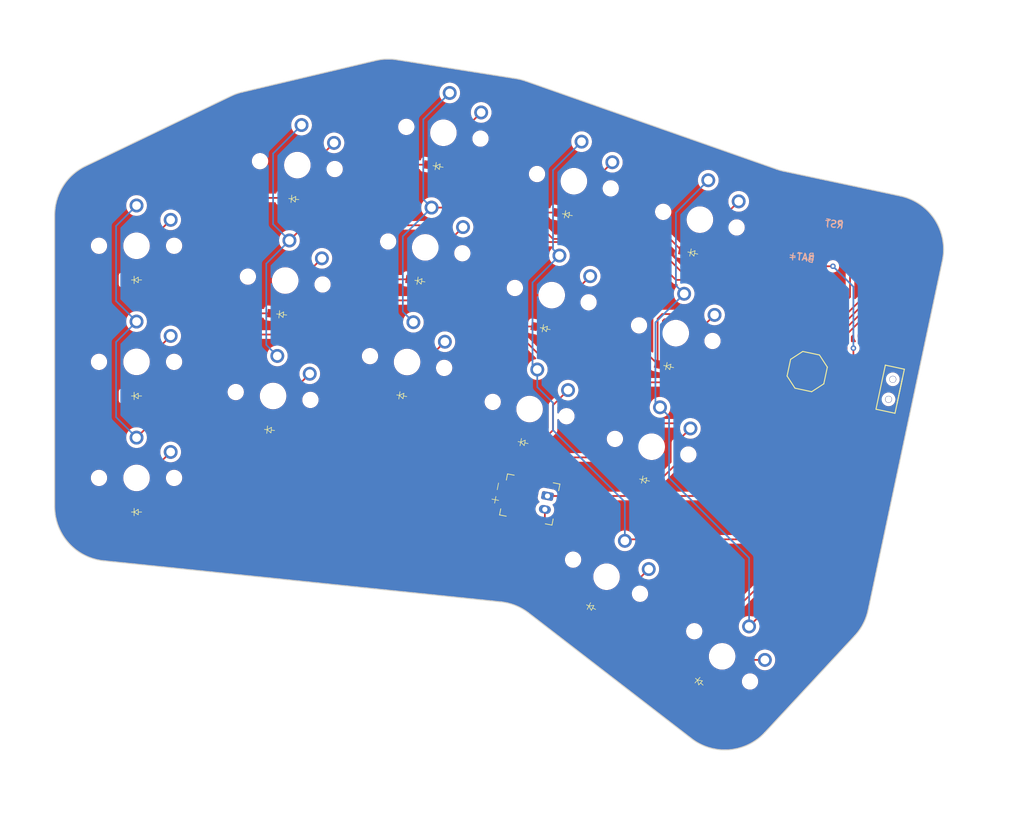
<source format=kicad_pcb>
(kicad_pcb (version 20241229) (generator "pcbnew") (generator_version "9.0")
  (title_block (title "splave-ferris_choc_v1_left") (rev "v1.0.0") (company "Unknown"))
  (layers (0 "F.Cu" signal) (2 "B.Cu" signal) (13 "F.Paste" user) (15 "B.Paste" user) (5 "F.SilkS" user) (7 "B.SilkS" user) (1 "F.Mask" user) (3 "B.Mask" user) (25 "Edge.Cuts" user))
  (net 0 "")
  (net 1 "D4")
  (net 2 "pinky_bottom")
  (net 3 "GND")
  (net 4 "D1")
  (net 5 "D2")
  (net 6 "pinky_home")
  (net 7 "pinky_top")
  (net 8 "ring_bottom")
  (net 9 "ring_home")
  (net 10 "ring_top")
  (net 11 "middle_bottom")
  (net 12 "middle_home")
  (net 13 "middle_top")
  (net 14 "D10")
  (net 15 "index_bottom")
  (net 16 "index_home")
  (net 17 "index_top")
  (net 18 "D8")
  (net 19 "inner_bottom")
  (net 20 "inner_home")
  (net 21 "inner_top")
  (net 22 "near_fan")
  (net 23 "far_fan")
  (net 24 "D5")
  (net 25 "D3")
  (net 26 "D0")
  (net 27 "D9")
  (net 28 "D6")
  (net 29 "D7")
  (net 30 "RAW3V3")
  (net 31 "RAW5V")
  (net 32 "CLK")
  (net 33 "DIO")
  (net 34 "RST")
  (net 35 "BAT")
  (net 36 "NFC1")
  (net 37 "NFC2")
  (net 38 "BATCON")
  (footprint "E73:SPDT_C128955" (layer "F.Cu") (at 210.459494 87.024253 -102)
    (property "Reference" "T1" (hide yes))
    (property "Value" "" (hide yes))
    (pad "" smd rect (at -3.7 -1.1 258) (size 0.9 0.9) (layers "F.Cu" "F.Mask" "F.Paste"))
    (pad "" smd rect (at -3.7 1.1 258) (size 0.9 0.9) (layers "F.Cu" "F.Mask" "F.Paste"))
    (pad "" np_thru_hole circle (at -1.5 -0.000001) (size 1 1) (drill 0.9) (layers "*.Cu" "*.Mask"))
    (pad "" np_thru_hole circle (at 1.5 0.000001) (size 1 1) (drill 0.9) (layers "*.Cu" "*.Mask"))
    (pad "" smd rect (at 3.7 -1.1 258) (size 0.9 0.9) (layers "F.Cu" "F.Mask" "F.Paste"))
    (pad "" smd rect (at 3.7 1.1 258) (size 0.9 0.9) (layers "F.Cu" "F.Mask" "F.Paste"))
    (pad "1" smd rect (at 2.25 2.075 258) (size 0.9 1.25) (layers "F.Cu" "F.Mask" "F.Paste") (net 38 "BATCON"))
    (pad "2" smd rect (at -0.749999 2.075 258) (size 0.9 1.25) (layers "F.Cu" "F.Mask" "F.Paste") (net 35 "BAT"))
    (pad "3" smd rect (at -2.25 2.075 258) (size 0.9 1.25) (layers "F.Cu" "F.Mask" "F.Paste"))
  )
  (footprint "E73:SW_TACT_ALPS_SKQGABE010" (layer "F.Cu") (at 198.232649 84.425356 -102)
    (property "Reference" "B1" (hide yes))
    (property "Value" "" (hide yes))
    (pad "1" smd rect (at -3.1 -1.85 258) (size 1.8 1.1) (layers "F.Cu" "F.Mask" "F.Paste") (net 3 "GND"))
    (pad "1" smd rect (at 3.1 -1.85 258) (size 1.8 1.1) (layers "F.Cu" "F.Mask" "F.Paste") (net 3 "GND"))
    (pad "2" smd rect (at -3.1 1.85 258) (size 1.8 1.1) (layers "F.Cu" "F.Mask" "F.Paste") (net 34 "RST"))
    (pad "2" smd rect (at 3.1 1.85 258) (size 1.8 1.1) (layers "F.Cu" "F.Mask" "F.Paste") (net 34 "RST"))
  )
  (footprint "ceoloide:diode_tht_sod123" (layer "F.Cu") (at 156.616373 94.824245 -11)
    (property "Reference" "D10" (hide yes))
    (property "Value" "")
    (pad "1" smd rect (at -1.65 0 349) (size 0.9 1.2) (layers "F.Cu" "F.Mask" "F.Paste") (net 24 "D5"))
    (pad "2" smd rect (at 1.65 0 349) (size 0.9 1.2) (layers "F.Cu" "F.Mask" "F.Paste") (net 15 "index_bottom"))
  )
  (footprint "ceoloide:diode_tht_sod123" (layer "F.Cu") (at 121.254342 76.065737 -6)
    (property "Reference" "D5" (hide yes))
    (property "Value" "")
    (pad "1" smd rect (at -1.65 0 354) (size 0.9 1.2) (layers "F.Cu" "F.Mask" "F.Paste") (net 25 "D3"))
    (pad "2" smd rect (at 1.65 0 354) (size 0.9 1.2) (layers "F.Cu" "F.Mask" "F.Paste") (net 9 "ring_home"))
  )
  (footprint "ceoloide:diode_tht_sod123" (layer "F.Cu") (at 177.942006 83.690639 -12)
    (property "Reference" "D14" (hide yes))
    (property "Value" "")
    (pad "1" smd rect (at -1.65 0 348) (size 0.9 1.2) (layers "F.Cu" "F.Mask" "F.Paste") (net 25 "D3"))
    (pad "2" smd rect (at 1.65 0 348) (size 0.9 1.2) (layers "F.Cu" "F.Mask" "F.Paste") (net 20 "inner_home"))
  )
  (footprint "xiao_smd" (layer "F.Cu") (at 204.493679 69.39873 -12)
    (property "Reference" "MCU1" (hide yes))
    (property "Value" "")
    (fp_text user "RST" (at -3.6 -5.95 348) (layer "B.SilkS") (effects (justify mirror)))
    (fp_text user "BAT+" (at -7.3 -0.25 0) (layer "B.SilkS") (effects (justify mirror)))
    (fp_text user "BAT+" (at -7.3 -0.25 348) (layer "B.SilkS") (effects (justify mirror)))
    (fp_text user "RST" (at -3.6 -5.95 0) (layer "B.SilkS") (effects (justify mirror)))
    (pad "1" smd oval (at -7.62 -7.62 168) (size 2.75 1.8) (drill (offset 0.475 0)) (layers "F.Cu" "F.Mask" "F.Paste") (net 26 "D0"))
    (pad "2" smd oval (at -7.62 -5.08 168) (size 2.75 1.8) (drill (offset 0.475 0)) (layers "F.Cu" "F.Mask" "F.Paste") (net 4 "D1"))
    (pad "3" smd oval (at -7.62 -2.54 168) (size 2.75 1.8) (drill (offset 0.475 0)) (layers "F.Cu" "F.Mask" "F.Paste") (net 5 "D2"))
    (pad "4" smd oval (at -7.62 0 168) (size 2.75 1.8) (drill (offset 0.475 0)) (layers "F.Cu" "F.Mask" "F.Paste") (net 25 "D3"))
    (pad "5" smd oval (at -7.62 2.54 168) (size 2.75 1.8) (drill (offset 0.475 0)) (layers "F.Cu" "F.Mask" "F.Paste") (net 1 "D4"))
    (pad "6" smd oval (at -7.62 5.08 168) (size 2.75 1.8) (drill (offset 0.475 0)) (layers "F.Cu" "F.Mask" "F.Paste") (net 24 "D5"))
    (pad "7" smd oval (at -7.62 7.62 168) (size 2.75 1.8) (drill (offset 0.475 0)) (layers "F.Cu" "F.Mask" "F.Paste") (net 28 "D6"))
    (pad "8" smd oval (at 7.62 7.62 348) (size 2.75 1.8) (drill (offset 0.475 0)) (layers "F.Cu" "F.Mask" "F.Paste") (net 29 "D7"))
    (pad "9" smd oval (at 7.62 5.08 348) (size 2.75 1.8) (drill (offset 0.475 0)) (layers "F.Cu" "F.Mask" "F.Paste") (net 18 "D8"))
    (pad "10" smd oval (at 7.62 2.54 348) (size 2.75 1.8) (drill (offset 0.475 0)) (layers "F.Cu" "F.Mask" "F.Paste") (net 27 "D9"))
    (pad "11" smd oval (at 7.62 0 348) (size 2.75 1.8) (drill (offset 0.475 0)) (layers "F.Cu" "F.Mask" "F.Paste") (net 14 "D10"))
    (pad "12" smd oval (at 7.62 -2.54 348) (size 2.75 1.8) (drill (offset 0.475 0)) (layers "F.Cu" "F.Mask" "F.Paste") (net 30 "RAW3V3"))
    (pad "13" smd oval (at 7.62 -5.08 348) (size 2.75 1.8) (drill (offset 0.475 0)) (layers "F.Cu" "F.Mask" "F.Paste") (net 3 "GND"))
    (pad "14" smd oval (at 7.62 -7.62 348) (size 2.75 1.8) (drill (offset 0.475 0)) (layers "F.Cu" "F.Mask" "F.Paste") (net 31 "RAW5V"))
    (pad "15" smd circle (at -1.27 -8.572 78) (size 1.397 1.397) (layers "F.Cu" "F.Mask") (net 32 "CLK"))
    (pad "16" smd circle (at 1.27 -8.572 78) (size 1.397 1.397) (layers "F.Cu" "F.Mask") (net 33 "DIO"))
    (pad "17" smd circle (at -1.27 -6.032 78) (size 1.397 1.397) (layers "F.Cu" "F.Mask") (net 34 "RST"))
    (pad "18" smd circle (at 1.27 -6.032 78) (size 1.397 1.397) (layers "F.Cu" "F.Mask"))
    (pad "19" smd circle (at -4.445 -0.317 168) (size 1.397 1.397) (layers "F.Cu" "F.Mask") (net 35 "BAT"))
    (pad "20" smd circle (at 3.810001 9.208 168) (size 1.397 1.397) (layers "F.Cu" "F.Mask") (net 36 "NFC1"))
    (pad "21" smd circle (at 5.715 9.208 168) (size 1.397 1.397) (layers "F.Cu" "F.Mask") (net 37 "NFC2"))
  )
  (footprint "ceoloide:diode_tht_sod123" (layer "F.Cu") (at 181.476505 67.06213 -12)
    (property "Reference" "D15" (hide yes))
    (property "Value" "")
    (pad "1" smd rect (at -1.65 0 348) (size 0.9 1.2) (layers "F.Cu" "F.Mask" "F.Paste") (net 26 "D0"))
    (pad "2" smd rect (at 1.65 0 348) (size 0.9 1.2) (layers "F.Cu" "F.Mask" "F.Paste") (net 21 "inner_top"))
  )
  (footprint "ceoloide:diode_tht_sod123" (layer "F.Cu") (at 163.103879 61.448921 -11)
    (property "Reference" "D12" (hide yes))
    (property "Value" "")
    (pad "1" smd rect (at -1.65 0 349) (size 0.9 1.2) (layers "F.Cu" "F.Mask" "F.Paste") (net 26 "D0"))
    (pad "2" smd rect (at 1.65 0 349) (size 0.9 1.2) (layers "F.Cu" "F.Mask" "F.Paste") (net 17 "index_top"))
  )
  (footprint "ceoloide:diode_tht_sod123" (layer "F.Cu") (at 159.860126 78.136583 -11)
    (property "Reference" "D11" (hide yes))
    (property "Value" "")
    (pad "1" smd rect (at -1.65 0 349) (size 0.9 1.2) (layers "F.Cu" "F.Mask" "F.Paste") (net 25 "D3"))
    (pad "2" smd rect (at 1.65 0 349) (size 0.9 1.2) (layers "F.Cu" "F.Mask" "F.Paste") (net 16 "index_home"))
  )
  (footprint "ceoloide:battery_connector_jst_ph_2" (layer "F.Cu") (at 159.998037 103.631307 -101)
    (property "Reference" "JST1" (hide yes))
    (property "Value" "")
    (pad "1" thru_hole roundrect (at -1 0 259) (size 1.2 1.75) (drill 0.75) (layers "*.Cu" "*.Mask") (roundrect_rratio 0.2) (net 3 "GND"))
    (pad "2" thru_hole oval (at 1 0 259) (size 1.2 1.75) (drill 0.75) (layers "*.Cu" "*.Mask") (net 38 "BATCON"))
  )
  (footprint "ceoloide:diode_tht_sod123" (layer "F.Cu") (at 100 105)
    (property "Reference" "D1" (hide yes))
    (property "Value" "")
    (pad "1" smd rect (at -1.65 0) (size 0.9 1.2) (layers "F.Cu" "F.Mask" "F.Paste") (net 24 "D5"))
    (pad "2" smd rect (at 1.65 0) (size 0.9 1.2) (layers "F.Cu" "F.Mask" "F.Paste") (net 2 "pinky_bottom"))
  )
  (footprint "ceoloide:diode_tht_sod123" (layer "F.Cu") (at 123.031326 59.158865 -6)
    (property "Reference" "D6" (hide yes))
    (property "Value" "")
    (pad "1" smd rect (at -1.65 0 354) (size 0.9 1.2) (layers "F.Cu" "F.Mask" "F.Paste") (net 26 "D0"))
    (pad "2" smd rect (at 1.65 0 354) (size 0.9 1.2) (layers "F.Cu" "F.Mask" "F.Paste") (net 10 "ring_top"))
  )
  (footprint "ceoloide:diode_tht_sod123" (layer "F.Cu") (at 100 88)
    (property "Reference" "D2" (hide yes))
    (property "Value" "")
    (pad "1" smd rect (at -1.65 0) (size 0.9 1.2) (layers "F.Cu" "F.Mask" "F.Paste") (net 25 "D3"))
    (pad "2" smd rect (at 1.65 0) (size 0.9 1.2) (layers "F.Cu" "F.Mask" "F.Paste") (net 6 "pinky_home"))
  )
  (footprint "ceoloide:diode_tht_sod123" (layer "F.Cu") (at 182.427101 129.852818 -42)
    (property "Reference" "D17" (hide yes))
    (property "Value" "")
    (pad "1" smd rect (at -1.65 0 318) (size 0.9 1.2) (layers "F.Cu" "F.Mask" "F.Paste") (net 27 "D9"))
    (pad "2" smd rect (at 1.65 0 318) (size 0.9 1.2) (layers "F.Cu" "F.Mask" "F.Paste") (net 23 "far_fan"))
  )
  (footprint "ceoloide:diode_tht_sod123" (layer "F.Cu") (at 144.164215 54.381426 -9)
    (property "Reference" "D9" (hide yes))
    (property "Value" "")
    (pad "1" smd rect (at -1.65 0 351) (size 0.9 1.2) (layers "F.Cu" "F.Mask" "F.Paste") (net 26 "D0"))
    (pad "2" smd rect (at 1.65 0 351) (size 0.9 1.2) (layers "F.Cu" "F.Mask" "F.Paste") (net 13 "middle_top"))
  )
  (footprint "ceoloide:diode_tht_sod123" (layer "F.Cu") (at 141.504829 71.172127 -9)
    (property "Reference" "D8" (hide yes))
    (property "Value" "")
    (pad "1" smd rect (at -1.65 0 351) (size 0.9 1.2) (layers "F.Cu" "F.Mask" "F.Paste") (net 25 "D3"))
    (pad "2" smd rect (at 1.65 0 351) (size 0.9 1.2) (layers "F.Cu" "F.Mask" "F.Paste") (net 12 "middle_home"))
  )
  (footprint "ceoloide:diode_tht_sod123" (layer "F.Cu") (at 100 71)
    (property "Reference" "D3" (hide yes))
    (property "Value" "")
    (pad "1" smd rect (at -1.65 0) (size 0.9 1.2) (layers "F.Cu" "F.Mask" "F.Paste") (net 26 "D0"))
    (pad "2" smd rect (at 1.65 0) (size 0.9 1.2) (layers "F.Cu" "F.Mask" "F.Paste") (net 7 "pinky_top"))
  )
  (footprint "ceoloide:diode_tht_sod123" (layer "F.Cu") (at 166.573511 118.926616 -27)
    (property "Reference" "D16" (hide yes))
    (property "Value" "")
    (pad "1" smd rect (at -1.65 0 333) (size 0.9 1.2) (layers "F.Cu" "F.Mask" "F.Paste") (net 27 "D9"))
    (pad "2" smd rect (at 1.65 0 333) (size 0.9 1.2) (layers "F.Cu" "F.Mask" "F.Paste") (net 22 "near_fan"))
  )
  (footprint "ceoloide:diode_tht_sod123" (layer "F.Cu") (at 174.407507 100.319148 -12)
    (property "Reference" "D13" (hide yes))
    (property "Value" "")
    (pad "1" smd rect (at -1.65 0 348) (size 0.9 1.2) (layers "F.Cu" "F.Mask" "F.Paste") (net 24 "D5"))
    (pad "2" smd rect (at 1.65 0 348) (size 0.9 1.2) (layers "F.Cu" "F.Mask" "F.Paste") (net 19 "inner_bottom"))
  )
  (footprint "ceoloide:diode_tht_sod123" (layer "F.Cu") (at 119.477358 92.97261 -6)
    (property "Reference" "D4" (hide yes))
    (property "Value" "")
    (pad "1" smd rect (at -1.65 0 354) (size 0.9 1.2) (layers "F.Cu" "F.Mask" "F.Paste") (net 24 "D5"))
    (pad "2" smd rect (at 1.65 0 354) (size 0.9 1.2) (layers "F.Cu" "F.Mask" "F.Paste") (net 8 "ring_bottom"))
  )
  (footprint "ceoloide:diode_tht_sod123" (layer "F.Cu") (at 138.845443 87.962829 -9)
    (property "Reference" "D7" (hide yes))
    (property "Value" "")
    (pad "1" smd rect (at -1.65 0 351) (size 0.9 1.2) (layers "F.Cu" "F.Mask" "F.Paste") (net 24 "D5"))
    (pad "2" smd rect (at 1.65 0 351) (size 0.9 1.2) (layers "F.Cu" "F.Mask" "F.Paste") (net 11 "middle_bottom"))
  )
  (footprint "ceoloide:switch_choc_v1_v2" (layer "B.Cu") (at 157.570418 89.916109 -11)
    (property "Reference" "S10" (hide yes))
    (property "Value" "")
    (pad "" np_thru_hole circle (at -5.5 0.000001 349) (size 1.9 1.9) (drill 1.9) (layers "*.Cu" "*.Mask"))
    (pad "" np_thru_hole circle (at 0 0 349) (size 3.4 3.4) (drill 3.4) (layers "*.Cu" "*.Mask"))
    (pad "" np_thru_hole circle (at 5.5 -0.000001 349) (size 1.9 1.9) (drill 1.9) (layers "*.Cu" "*.Mask"))
    (pad "1" thru_hole circle (at 5 -3.8 184) (size 2.032 2.032) (drill 1.27) (layers "*.Cu" "*.Mask") (net 15 "index_bottom"))
    (pad "2" thru_hole circle (at 0 -5.9 184) (size 2.032 2.032) (drill 1.27) (layers "*.Cu" "*.Mask") (net 14 "D10"))
  )
  (footprint "ceoloide:switch_choc_v1_v2" (layer "B.Cu") (at 175.447066 95.42841 -12)
    (property "Reference" "S13" (hide yes))
    (property "Value" "")
    (pad "" np_thru_hole circle (at -5.5 0 348) (size 1.9 1.9) (drill 1.9) (layers "*.Cu" "*.Mask"))
    (pad "" np_thru_hole circle (at 0 0 348) (size 3.4 3.4) (drill 3.4) (layers "*.Cu" "*.Mask"))
    (pad "" np_thru_hole circle (at 5.5 0 348) (size 1.9 1.9) (drill 1.9) (layers "*.Cu" "*.Mask"))
    (pad "1" thru_hole circle (at 5 -3.799999 183) (size 2.032 2.032) (drill 1.27) (layers "*.Cu" "*.Mask") (net 19 "inner_bottom"))
    (pad "2" thru_hole circle (at 0 -5.9 183) (size 2.032 2.032) (drill 1.27) (layers "*.Cu" "*.Mask") (net 18 "D8"))
  )
  (footprint "ceoloide:switch_choc_v1_v2" (layer "B.Cu") (at 144.946387 49.442984 -9)
    (property "Reference" "S9" (hide yes))
    (property "Value" "")
    (pad "" np_thru_hole circle (at -5.5 0 351) (size 1.9 1.9) (drill 1.9) (layers "*.Cu" "*.Mask"))
    (pad "" np_thru_hole circle (at 0 0 351) (size 3.4 3.4) (drill 3.4) (layers "*.Cu" "*.Mask"))
    (pad "" np_thru_hole circle (at 5.5 0 351) (size 1.9 1.9) (drill 1.9) (layers "*.Cu" "*.Mask"))
    (pad "1" thru_hole circle (at 5 -3.8 186) (size 2.032 2.032) (drill 1.27) (layers "*.Cu" "*.Mask") (net 13 "middle_top"))
    (pad "2" thru_hole circle (at 0 -5.9 186) (size 2.032 2.032) (drill 1.27) (layers "*.Cu" "*.Mask") (net 4 "D1"))
  )
  (footprint "ceoloide:switch_choc_v1_v2" (layer "B.Cu") (at 185.772754 126.137094 -42)
    (property "Reference" "S17" (hide yes))
    (property "Value" "")
    (pad "" np_thru_hole circle (at -5.5 0.000001 318) (size 1.9 1.9) (drill 1.9) (layers "*.Cu" "*.Mask"))
    (pad "" np_thru_hole circle (at 0 0 318) (size 3.4 3.4) (drill 3.4) (layers "*.Cu" "*.Mask"))
    (pad "" np_thru_hole circle (at 5.5 -0.000001 318) (size 1.9 1.9) (drill 1.9) (layers "*.Cu" "*.Mask"))
    (pad "1" thru_hole circle (at 5 -3.799999 153) (size 2.032 2.032) (drill 1.27) (layers "*.Cu" "*.Mask") (net 23 "far_fan"))
    (pad "2" thru_hole circle (at 0.000001 -5.9 153) (size 2.032 2.032) (drill 1.27) (layers "*.Cu" "*.Mask") (net 18 "D8"))
  )
  (footprint "ceoloide:switch_choc_v1_v2" (layer "B.Cu") (at 100 83)
    (property "Reference" "S2" (hide yes))
    (property "Value" "")
    (pad "" np_thru_hole circle (at -5.5 0) (size 1.9 1.9) (drill 1.9) (layers "*.Cu" "*.Mask"))
    (pad "" np_thru_hole circle (at 0 0) (size 3.4 3.4) (drill 3.4) (layers "*.Cu" "*.Mask"))
    (pad "" np_thru_hole circle (at 5.5 0) (size 1.9 1.9) (drill 1.9) (layers "*.Cu" "*.Mask"))
    (pad "1" thru_hole circle (at 5 -3.8 195) (size 2.032 2.032) (drill 1.27) (layers "*.Cu" "*.Mask") (net 6 "pinky_home"))
    (pad "2" thru_hole circle (at 0 -5.9 195) (size 2.032 2.032) (drill 1.27) (layers "*.Cu" "*.Mask") (net 1 "D4"))
  )
  (footprint "ceoloide:switch_choc_v1_v2" (layer "B.Cu") (at 100 100)
    (property "Reference" "S1" (hide yes))
    (property "Value" "")
    (pad "" np_thru_hole circle (at -5.5 0) (size 1.9 1.9) (drill 1.9) (layers "*.Cu" "*.Mask"))
    (pad "" np_thru_hole circle (at 0 0) (size 3.4 3.4) (drill 3.4) (layers "*.Cu" "*.Mask"))
    (pad "" np_thru_hole circle (at 5.5 0) (size 1.9 1.9) (drill 1.9) (layers "*.Cu" "*.Mask"))
    (pad "1" thru_hole circle (at 5 -3.8 195) (size 2.032 2.032) (drill 1.27) (layers "*.Cu" "*.Mask") (net 2 "pinky_bottom"))
    (pad "2" thru_hole circle (at 0 -5.9 195) (size 2.032 2.032) (drill 1.27) (layers "*.Cu" "*.Mask") (net 1 "D4"))
  )
  (footprint "ceoloide:switch_choc_v1_v2" (layer "B.Cu") (at 100 66)
    (property "Reference" "S3" (hide yes))
    (property "Value" "")
    (pad "" np_thru_hole circle (at -5.5 0) (size 1.9 1.9) (drill 1.9) (layers "*.Cu" "*.Mask"))
    (pad "" np_thru_hole circle (at 0 0) (size 3.4 3.4) (drill 3.4) (layers "*.Cu" "*.Mask"))
    (pad "" np_thru_hole circle (at 5.5 0) (size 1.9 1.9) (drill 1.9) (layers "*.Cu" "*.Mask"))
    (pad "1" thru_hole circle (at 5 -3.8 195) (size 2.032 2.032) (drill 1.27) (layers "*.Cu" "*.Mask") (net 7 "pinky_top"))
    (pad "2" thru_hole circle (at 0 -5.9 195) (size 2.032 2.032) (drill 1.27) (layers "*.Cu" "*.Mask") (net 1 "D4"))
  )
  (footprint "ceoloide:switch_choc_v1_v2" (layer "B.Cu") (at 160.814171 73.228447 -11)
    (property "Reference" "S11" (hide yes))
    (property "Value" "")
    (pad "" np_thru_hole circle (at -5.5 0.000001 349) (size 1.9 1.9) (drill 1.9) (layers "*.Cu" "*.Mask"))
    (pad "" np_thru_hole circle (at 0 0 349) (size 3.4 3.4) (drill 3.4) (layers "*.Cu" "*.Mask"))
    (pad "" np_thru_hole circle (at 5.5 -0.000001 349) (size 1.9 1.9) (drill 1.9) (layers "*.Cu" "*.Mask"))
    (pad "1" thru_hole circle (at 5 -3.8 184) (size 2.032 2.032) (drill 1.27) (layers "*.Cu" "*.Mask") (net 16 "index_home"))
    (pad "2" thru_hole circle (at 0 -5.9 184) (size 2.032 2.032) (drill 1.27) (layers "*.Cu" "*.Mask") (net 14 "D10"))
  )
  (footprint "ceoloide:switch_choc_v1_v2" (layer "B.Cu") (at 142.287001 66.233686 -9)
    (property "Reference" "S8" (hide yes))
    (property "Value" "")
    (pad "" np_thru_hole circle (at -5.5 0 351) (size 1.9 1.9) (drill 1.9) (layers "*.Cu" "*.Mask"))
    (pad "" np_thru_hole circle (at 0 0 351) (size 3.4 3.4) (drill 3.4) (layers "*.Cu" "*.Mask"))
    (pad "" np_thru_hole circle (at 5.5 0 351) (size 1.9 1.9) (drill 1.9) (layers "*.Cu" "*.Mask"))
    (pad "1" thru_hole circle (at 5 -3.8 186) (size 2.032 2.032) (drill 1.27) (layers "*.Cu" "*.Mask") (net 12 "middle_home"))
    (pad "2" thru_hole circle (at 0 -5.9 186) (size 2.032 2.032) (drill 1.27) (layers "*.Cu" "*.Mask") (net 4 "D1"))
  )
  (footprint "ceoloide:switch_choc_v1_v2" (layer "B.Cu") (at 121.776984 71.093128 -6)
    (property "Reference" "S5" (hide yes))
    (property "Value" "")
    (pad "" np_thru_hole circle (at -5.5 0 354) (size 1.9 1.9) (drill 1.9) (layers "*.Cu" "*.Mask"))
    (pad "" np_thru_hole circle (at 0 0 354) (size 3.4 3.4) (drill 3.4) (layers "*.Cu" "*.Mask"))
    (pad "" np_thru_hole circle (at 5.5 0 354) (size 1.9 1.9) (drill 1.9) (layers "*.Cu" "*.Mask"))
    (pad "1" thru_hole circle (at 5 -3.8 189) (size 2.032 2.032) (drill 1.27) (layers "*.Cu" "*.Mask") (net 9 "ring_home"))
    (pad "2" thru_hole circle (at 0 -5.9 189) (size 2.032 2.032) (drill 1.27) (layers "*.Cu" "*.Mask") (net 5 "D2"))
  )
  (footprint "ceoloide:switch_choc_v1_v2" (layer "B.Cu") (at 182.516063 62.171392 -12)
    (property "Reference" "S15" (hide yes))
    (property "Value" "")
    (pad "" np_thru_hole circle (at -5.5 0 348) (size 1.9 1.9) (drill 1.9) (layers "*.Cu" "*.Mask"))
    (pad "" np_thru_hole circle (at 0 0 348) (size 3.4 3.4) (drill 3.4) (layers "*.Cu" "*.Mask"))
    (pad "" np_thru_hole circle (at 5.5 0 348) (size 1.9 1.9) (drill 1.9) (layers "*.Cu" "*.Mask"))
    (pad "1" thru_hole circle (at 5 -3.799999 183) (size 2.032 2.032) (drill 1.27) (layers "*.Cu" "*.Mask") (net 21 "inner_top"))
    (pad "2" thru_hole circle (at 0 -5.9 183) (size 2.032 2.032) (drill 1.27) (layers "*.Cu" "*.Mask") (net 18 "D8"))
  )
  (footprint "ceoloide:switch_choc_v1_v2" (layer "B.Cu") (at 139.627615 83.024388 -9)
    (property "Reference" "S7" (hide yes))
    (property "Value" "")
    (pad "" np_thru_hole circle (at -5.5 0 351) (size 1.9 1.9) (drill 1.9) (layers "*.Cu" "*.Mask"))
    (pad "" np_thru_hole circle (at 0 0 351) (size 3.4 3.4) (drill 3.4) (layers "*.Cu" "*.Mask"))
    (pad "" np_thru_hole circle (at 5.5 0 351) (size 1.9 1.9) (drill 1.9) (layers "*.Cu" "*.Mask"))
    (pad "1" thru_hole circle (at 5 -3.8 186) (size 2.032 2.032) (drill 1.27) (layers "*.Cu" "*.Mask") (net 11 "middle_bottom"))
    (pad "2" thru_hole circle (at 0 -5.9 186) (size 2.032 2.032) (drill 1.27) (layers "*.Cu" "*.Mask") (net 4 "D1"))
  )
  (footprint "ceoloide:switch_choc_v1_v2" (layer "B.Cu") (at 168.843463 114.471583 -27)
    (property "Reference" "S16" (hide yes))
    (property "Value" "")
    (pad "" np_thru_hole circle (at -5.5 0 333) (size 1.9 1.9) (drill 1.9) (layers "*.Cu" "*.Mask"))
    (pad "" np_thru_hole circle (at 0 0 333) (size 3.4 3.4) (drill 3.4) (layers "*.Cu" "*.Mask"))
    (pad "" np_thru_hole circle (at 5.5 0 333) (size 1.9 1.9) (drill 1.9) (layers "*.Cu" "*.Mask"))
    (pad "1" thru_hole circle (at 5.000001 -3.8 168) (size 2.032 2.032) (drill 1.27) (layers "*.Cu" "*.Mask") (net 22 "near_fan"))
    (pad "2" thru_hole circle (at 0 -5.9 168) (size 2.032 2.032) (drill 1.27) (layers "*.Cu" "*.Mask") (net 14 "D10"))
  )
  (footprint "ceoloide:switch_choc_v1_v2" (layer "B.Cu") (at 123.553968 54.186256 -6)
    (property "Reference" "S6" (hide yes))
    (property "Value" "")
    (pad "" np_thru_hole circle (at -5.5 0 354) (size 1.9 1.9) (drill 1.9) (layers "*.Cu" "*.Mask"))
    (pad "" np_thru_hole circle (at 0 0 354) (size 3.4 3.4) (drill 3.4) (layers "*.Cu" "*.Mask"))
    (pad "" np_thru_hole circle (at 5.5 0 354) (size 1.9 1.9) (drill 1.9) (layers "*.Cu" "*.Mask"))
    (pad "1" thru_hole circle (at 5 -3.8 189) (size 2.032 2.032) (drill 1.27) (layers "*.Cu" "*.Mask") (net 10 "ring_top"))
    (pad "2" thru_hole circle (at 0 -5.9 189) (size 2.032 2.032) (drill 1.27) (layers "*.Cu" "*.Mask") (net 5 "D2"))
  )
  (footprint "ceoloide:switch_choc_v1_v2" (layer "B.Cu") (at 120 88 -6)
    (property "Reference" "S4" (hide yes))
    (property "Value" "")
    (pad "" np_thru_hole circle (at -5.5 0 354) (size 1.9 1.9) (drill 1.9) (layers "*.Cu" "*.Mask"))
    (pad "" np_thru_hole circle (at 0 0 354) (size 3.4 3.4) (drill 3.4) (layers "*.Cu" "*.Mask"))
    (pad "" np_thru_hole circle (at 5.5 0 354) (size 1.9 1.9) (drill 1.9) (layers "*.Cu" "*.Mask"))
    (pad "1" thru_hole circle (at 5 -3.8 189) (size 2.032 2.032) (drill 1.27) (layers "*.Cu" "*.Mask") (net 8 "ring_bottom"))
    (pad "2" thru_hole circle (at 0 -5.9 189) (size 2.032 2.032) (drill 1.27) (layers "*.Cu" "*.Mask") (net 5 "D2"))
  )
  (footprint "ceoloide:switch_choc_v1_v2" (layer "B.Cu") (at 178.981565 78.799901 -12)
    (property "Reference" "S14" (hide yes))
    (property "Value" "")
    (pad "" np_thru_hole circle (at -5.5 0 348) (size 1.9 1.9) (drill 1.9) (layers "*.Cu" "*.Mask"))
    (pad "" np_thru_hole circle (at 0 0 348) (size 3.4 3.4) (drill 3.4) (layers "*.Cu" "*.Mask"))
    (pad "" np_thru_hole circle (at 5.5 0 348) (size 1.9 1.9) (drill 1.9) (layers "*.Cu" "*.Mask"))
    (pad "1" thru_hole circle (at 5 -3.799999 183) (size 2.032 2.032) (drill 1.27) (layers "*.Cu" "*.Mask") (net 20 "inner_home"))
    (pad "2" thru_hole circle (at 0 -5.9 183) (size 2.032 2.032) (drill 1.27) (layers "*.Cu" "*.Mask") (net 18 "D8"))
  )
  (footprint "ceoloide:switch_choc_v1_v2" (layer "B.Cu") (at 164.057924 56.540785 -11)
    (property "Reference" "S12" (hide yes))
    (property "Value" "")
    (pad "" np_thru_hole circle (at -5.5 0.000001 349) (size 1.9 1.9) (drill 1.9) (layers "*.Cu" "*.Mask"))
    (pad "" np_thru_hole circle (at 0 0 349) (size 3.4 3.4) (drill 3.4) (layers "*.Cu" "*.Mask"))
    (pad "" np_thru_hole circle (at 5.5 -0.000001 349) (size 1.9 1.9) (drill 1.9) (layers "*.Cu" "*.Mask"))
    (pad "1" thru_hole circle (at 5 -3.8 184) (size 2.032 2.032) (drill 1.27) (layers "*.Cu" "*.Mask") (net 17 "index_top"))
    (pad "2" thru_hole circle (at 0 -5.9 184) (size 2.032 2.032) (drill 1.27) (layers "*.Cu" "*.Mask") (net 14 "D10"))
  )
  (gr_line (start 153.359294 118.16229) (end 95.176688 112.142524) (stroke (width 0.15)) (layer "Edge.Cuts"))
  (gr_arc (start 194.775493 55.064978) (mid 194.277158 54.942223) (end 193.78772 54.787767) (stroke (width 0.15)) (layer "Edge.Cuts"))
  (gr_arc (start 135.019905 38.859172) (mid 136.561441 38.64967) (end 138.114378 38.742481) (stroke (width 0.15)) (layer "Edge.Cuts"))
  (gr_line (start 88 104.185002) (end 88 61.527372) (stroke (width 0.15)) (layer "Edge.Cuts"))
  (gr_line (start 218.041244 68.188992) (end 207.169828 119.334983) (stroke (width 0.15)) (layer "Edge.Cuts"))
  (gr_arc (start 192.029247 137.294288) (mid 186.829184 139.820854) (end 181.284484 138.183635) (stroke (width 0.15)) (layer "Edge.Cuts"))
  (gr_arc (start 113.81944 44.069653) (mid 114.617463 43.737295) (end 115.446688 43.492985) (stroke (width 0.15)) (layer "Edge.Cuts"))
  (gr_line (start 181.284484 138.183635) (end 157.420777 119.784295) (stroke (width 0.15)) (layer "Edge.Cuts"))
  (gr_arc (start 153.359294 118.16229) (mid 155.503025 118.690367) (end 157.420777 119.784295) (stroke (width 0.15)) (layer "Edge.Cuts"))
  (gr_line (start 205.204616 123.11786) (end 192.029247 137.294288) (stroke (width 0.15)) (layer "Edge.Cuts"))
  (gr_arc (start 87.999999 61.527372) (mid 89.226449 57.270727) (end 92.529755 54.319223) (stroke (width 0.15)) (layer "Edge.Cuts"))
  (gr_line (start 194.775493 55.064979) (end 211.879357 58.700517) (stroke (width 0.15)) (layer "Edge.Cuts"))
  (gr_arc (start 95.176688 112.142524) (mid 90.059188 109.54287) (end 88 104.185002) (stroke (width 0.15)) (layer "Edge.Cuts"))
  (gr_line (start 115.446688 43.492985) (end 135.019905 38.859172) (stroke (width 0.15)) (layer "Edge.Cuts"))
  (gr_line (start 92.529755 54.319223) (end 113.81944 44.069653) (stroke (width 0.15)) (layer "Edge.Cuts"))
  (gr_line (start 156.993179 41.864453) (end 193.78772 54.787767) (stroke (width 0.15)) (layer "Edge.Cuts"))
  (gr_arc (start 207.169828 119.334983) (mid 206.443828 121.359729) (end 205.204616 123.11786) (stroke (width 0.15)) (layer "Edge.Cuts"))
  (gr_line (start 138.114378 38.742481) (end 155.593589 41.510916) (stroke (width 0.15)) (layer "Edge.Cuts"))
  (gr_arc (start 211.879358 58.700518) (mid 216.925428 62.168587) (end 218.041244 68.188992) (stroke (width 0.15)) (layer "Edge.Cuts"))
  (gr_arc (start 155.593589 41.510916) (mid 156.301375 41.656051) (end 156.993179 41.864453) (stroke (width 0.15)) (layer "Edge.Cuts"))
  (segment (start 196.512099 70.298938) (end 193.701062 70.298938) (width 0.25) (layer "F.Cu") (net 1))
  (segment (start 187 77) (end 187 81) (width 0.25) (layer "F.Cu") (net 1))
  (segment (start 130 74) (end 125 79) (width 0.25) (layer "F.Cu") (net 1))
  (segment (start 193.701062 70.298938) (end 187 77) (width 0.25) (layer "F.Cu") (net 1))
  (segment (start 151 74) (end 130 74) (width 0.25) (layer "F.Cu") (net 1))
  (segment (start 182 86) (end 175 86) (width 0.25) (layer "F.Cu") (net 1))
  (segment (start 187 81) (end 182 86) (width 0.25) (layer "F.Cu") (net 1))
  (segment (start 171 82) (end 159 82) (width 0.25) (layer "F.Cu") (net 1))
  (segment (start 159 82) (end 151 74) (width 0.25) (layer "F.Cu") (net 1))
  (segment (start 115.1 79) (end 100 94.1) (width 0.25) (layer "F.Cu") (net 1))
  (segment (start 175 86) (end 171 82) (width 0.25) (layer "F.Cu") (net 1))
  (segment (start 125 79) (end 115.1 79) (width 0.25) (layer "F.Cu") (net 1))
  (segment (start 100 60.1) (end 97 63.1) (width 0.25) (layer "B.Cu") (net 1))
  (segment (start 97 80.1) (end 97 91.1) (width 0.25) (layer "B.Cu") (net 1))
  (segment (start 97 74.1) (end 100 77.1) (width 0.25) (layer "B.Cu") (net 1))
  (segment (start 100 77.1) (end 97 80.1) (width 0.25) (layer "B.Cu") (net 1))
  (segment (start 97 91.1) (end 100 94.1) (width 0.25) (layer "B.Cu") (net 1))
  (segment (start 97 63.1) (end 97 74.1) (width 0.25) (layer "B.Cu") (net 1))
  (segment (start 105 96.2) (end 103 98.2) (width 0.25) (layer "F.Cu") (net 2))
  (segment (start 103 103.65) (end 101.65 105) (width 0.25) (layer "F.Cu") (net 2))
  (segment (start 103 98.2) (end 103 103.65) (width 0.25) (layer "F.Cu") (net 2))
  (segment (start 210 70) (end 210 67) (width 0.25) (layer "F.Cu") (net 3))
  (segment (start 199.397696 87.84225) (end 199.397696 83.066787) (width 0.25) (layer "F.Cu") (net 3))
  (segment (start 199.397696 83.066787) (end 200.686748 81.777735) (width 0.25) (layer "F.Cu") (net 3))
  (segment (start 184.590266 102.64968) (end 199.397696 87.84225) (width 0.25) (layer "F.Cu") (net 3))
  (segment (start 200.686748 79.313252) (end 210 70) (width 0.25) (layer "F.Cu") (net 3))
  (segment (start 160.188846 102.64968) (end 184.590266 102.64968) (width 0.25) (layer "F.Cu") (net 3))
  (segment (start 210 67) (end 210.985973 66.014027) (width 0.25) (layer "F.Cu") (net 3))
  (segment (start 200.686748 81.777735) (end 200.686748 79.313252) (width 0.25) (layer "F.Cu") (net 3))
  (segment (start 210.985973 66.014027) (end 213.003355 66.014027) (width 0.25) (layer "F.Cu") (net 3))
  (segment (start 175 65) (end 161 65) (width 0.25) (layer "F.Cu") (net 4))
  (segment (start 187 70) (end 180 70) (width 0.25) (layer "F.Cu") (net 4))
  (segment (start 156.406325 60.406325) (end 143.209964 60.406325) (width 0.25) (layer "F.Cu") (net 4))
  (segment (start 194.154547 62.845453) (end 187 70) (width 0.25) (layer "F.Cu") (net 4))
  (segment (start 198.096386 62.845453) (end 194.154547 62.845453) (width 0.25) (layer "F.Cu") (net 4))
  (segment (start 161 65) (end 156.406325 60.406325) (width 0.25) (layer "F.Cu") (net 4))
  (segment (start 180 70) (end 175 65) (width 0.25) (layer "F.Cu") (net 4))
  (segment (start 145.86935 43.615623) (end 142 47.484973) (width 0.25) (layer "B.Cu") (net 4))
  (segment (start 139 64.616289) (end 139 75.646449) (width 0.25) (layer "B.Cu") (net 4))
  (segment (start 142 47.484973) (end 142 59.196361) (width 0.25) (layer "B.Cu") (net 4))
  (segment (start 139 75.646449) (end 140.550578 77.197027) (width 0.25) (layer "B.Cu") (net 4))
  (segment (start 143.209964 60.406325) (end 139 64.616289) (width 0.25) (layer "B.Cu") (net 4))
  (segment (start 142 59.196361) (end 143.209964 60.406325) (width 0.25) (layer "B.Cu") (net 4))
  (segment (start 159.451 65.451) (end 155 61) (width 0.25) (layer "F.Cu") (net 5))
  (segment (start 188 71) (end 179 71) (width 0.25) (layer "F.Cu") (net 5))
  (segment (start 124.619151 63) (end 122.393702 65.225449) (width 0.25) (layer "F.Cu") (net 5))
  (segment (start 155 61) (end 146 61) (width 0.25) (layer "F.Cu") (net 5))
  (segment (start 173.451 65.451) (end 159.451 65.451) (width 0.25) (layer "F.Cu") (net 5))
  (segment (start 144 63) (end 124.619151 63) (width 0.25) (layer "F.Cu") (net 5))
  (segment (start 193.670052 65.329948) (end 188 71) (width 0.25) (layer "F.Cu") (net 5))
  (segment (start 179 71) (end 173.451 65.451) (width 0.25) (layer "F.Cu") (net 5))
  (segment (start 146 61) (end 144 63) (width 0.25) (layer "F.Cu") (net 5))
  (segment (start 197.56829 65.329948) (end 193.670052 65.329948) (width 0.25) (layer "F.Cu") (net 5))
  (segment (start 120 62.831747) (end 122.393702 65.225449) (width 0.25) (layer "B.Cu") (net 5))
  (segment (start 124.170686 48.318577) (end 120 52.489263) (width 0.25) (layer "B.Cu") (net 5))
  (segment (start 119 68.619151) (end 119 80.515603) (width 0.25) (layer "B.Cu") (net 5))
  (segment (start 122.393702 65.225449) (end 119 68.619151) (width 0.25) (layer "B.Cu") (net 5))
  (segment (start 119 80.515603) (end 120.616718 82.132321) (width 0.25) (layer "B.Cu") (net 5))
  (segment (start 120 52.489263) (end 120 62.831747) (width 0.25) (layer "B.Cu") (net 5))
  (segment (start 103 81.2) (end 103 86.65) (width 0.25) (layer "F.Cu") (net 6))
  (segment (start 103 86.65) (end 101.65 88) (width 0.25) (layer "F.Cu") (net 6))
  (segment (start 105 79.2) (end 103 81.2) (width 0.25) (layer "F.Cu") (net 6))
  (segment (start 103 69.65) (end 101.65 71) (width 0.25) (layer "F.Cu") (net 7))
  (segment (start 103 64.2) (end 103 69.65) (width 0.25) (layer "F.Cu") (net 7))
  (segment (start 105 62.2) (end 103 64.2) (width 0.25) (layer "F.Cu") (net 7))
  (segment (start 125.369818 84.743459) (end 123 87.113277) (width 0.25) (layer "F.Cu") (net 8))
  (segment (start 123 92) (end 121.854918 93.145082) (width 0.25) (layer "F.Cu") (net 8))
  (segment (start 121.854918 93.145082) (end 121.118319 93.145082) (width 0.25) (layer "F.Cu") (net 8))
  (segment (start 123 87.113277) (end 123 92) (width 0.25) (layer "F.Cu") (net 8))
  (segment (start 125 74.133512) (end 122.895303 76.238209) (width 0.25) (layer "F.Cu") (net 9))
  (segment (start 125 69.983389) (end 125 74.133512) (width 0.25) (layer "F.Cu") (net 9))
  (segment (start 127.146802 67.836587) (end 125 69.983389) (width 0.25) (layer "F.Cu") (net 9))
  (segment (start 127 52.853501) (end 127 57.003624) (width 0.25) (layer "F.Cu") (net 10))
  (segment (start 128.923786 50.929715) (end 127 52.853501) (width 0.25) (layer "F.Cu") (net 10))
  (segment (start 127 57.003624) (end 124.672287 59.331337) (width 0.25) (layer "F.Cu") (net 10))
  (segment (start 143 86) (end 140.779054 88.220946) (width 0.25) (layer "F.Cu") (net 11))
  (segment (start 143 82.213853) (end 143 86) (width 0.25) (layer "F.Cu") (net 11))
  (segment (start 145.160508 80.053345) (end 143 82.213853) (width 0.25) (layer "F.Cu") (net 11))
  (segment (start 140.779054 88.220946) (end 140.475129 88.220946) (width 0.25) (layer "F.Cu") (net 11))
  (segment (start 145 66.082537) (end 145 69.564759) (width 0.25) (layer "F.Cu") (net 12))
  (segment (start 147.819894 63.262643) (end 145 66.082537) (width 0.25) (layer "F.Cu") (net 12))
  (segment (start 145 69.564759) (end 143.134515 71.430244) (width 0.25) (layer "F.Cu") (net 12))
  (segment (start 148 48.951221) (end 148 52.433444) (width 0.25) (layer "F.Cu") (net 13))
  (segment (start 148 52.433444) (end 145.793901 54.639543) (width 0.25) (layer "F.Cu") (net 13))
  (segment (start 150.47928 46.471941) (end 148 48.951221) (width 0.25) (layer "F.Cu") (net 13))
  (segment (start 210.016983 70.983017) (end 211.947164 70.983017) (width 0.25) (layer "F.Cu") (net 14))
  (segment (start 202 79) (end 210.016983 70.983017) (width 0.25) (layer "F.Cu") (net 14))
  (segment (start 195 109) (end 202 102) (width 0.25) (layer "F.Cu") (net 14))
  (segment (start 171.522007 109.214645) (end 171.736652 109) (width 0.25) (layer "F.Cu") (net 14))
  (segment (start 171.736652 109) (end 195 109) (width 0.25) (layer "F.Cu") (net 14))
  (segment (start 202 102) (end 202 79) (width 0.25) (layer "F.Cu") (net 14))
  (segment (start 161 93) (end 171.522007 103.522007) (width 0.25) (layer "B.Cu") (net 14))
  (segment (start 161.939944 67.436847) (end 158 71.376791) (width 0.25) (layer "B.Cu") (net 14))
  (segment (start 161 89) (end 161 93) (width 0.25) (layer "B.Cu") (net 14))
  (segment (start 165.183697 50.749185) (end 161 54.932882) (width 0.25) (layer "B.Cu") (net 14))
  (segment (start 158.696191 84.124509) (end 158.696191 86.696191) (width 0.25) (layer "B.Cu") (net 14))
  (segment (start 171.522007 103.522007) (end 171.522007 109.214645) (width 0.25) (layer "B.Cu") (net 14))
  (segment (start 161 54.932882) (end 161 66.496903) (width 0.25) (layer "B.Cu") (net 14))
  (segment (start 161 66.496903) (end 161.939944 67.436847) (width 0.25) (layer "B.Cu") (net 14))
  (segment (start 158 83.428318) (end 158.696191 84.124509) (width 0.25) (layer "B.Cu") (net 14))
  (segment (start 158.696191 86.696191) (end 161 89) (width 0.25) (layer "B.Cu") (net 14))
  (segment (start 158 71.376791) (end 158 83.428318) (width 0.25) (layer "B.Cu") (net 14))
  (segment (start 163.203628 87.139971) (end 161 89.343599) (width 0.25) (layer "F.Cu") (net 15))
  (segment (start 161 93) (end 158.86092 95.13908) (width 0.25) (layer "F.Cu") (net 15))
  (segment (start 158.86092 95.13908) (end 158.236058 95.13908) (width 0.25) (layer "F.Cu") (net 15))
  (segment (start 161 89.343599) (end 161 93) (width 0.25) (layer "F.Cu") (net 15))
  (segment (start 164 75.931229) (end 161.479811 78.451418) (width 0.25) (layer "F.Cu") (net 16))
  (segment (start 166.447381 70.452309) (end 164 72.89969) (width 0.25) (layer "F.Cu") (net 16))
  (segment (start 164 72.89969) (end 164 75.931229) (width 0.25) (layer "F.Cu") (net 16))
  (segment (start 169.691134 53.764647) (end 167 56.455781) (width 0.25) (layer "F.Cu") (net 17))
  (segment (start 167 59.48732) (end 164.723564 61.763756) (width 0.25) (layer "F.Cu") (net 17))
  (segment (start 167 56.455781) (end 167 59.48732) (width 0.25) (layer "F.Cu") (net 17))
  (segment (start 189.720625 121.75254) (end 204 107.473165) (width 0.25) (layer "F.Cu") (net 18))
  (segment (start 207.047993 75.952007) (end 210.890972 75.952007) (width 0.25) (layer "F.Cu") (net 18))
  (segment (start 204 107.473165) (end 204 79) (width 0.25) (layer "F.Cu") (net 18))
  (segment (start 204 79) (end 207.047993 75.952007) (width 0.25) (layer "F.Cu") (net 18))
  (segment (start 179 71.820586) (end 180.208244 73.02883) (width 0.25) (layer "B.Cu") (net 18))
  (segment (start 176 77.237074) (end 176 88.983594) (width 0.25) (layer "B.Cu") (net 18))
  (segment (start 176.673745 89.657339) (end 178 90.983594) (width 0.25) (layer "B.Cu") (net 18))
  (segment (start 178 100) (end 189.720625 111.720625) (width 0.25) (layer "B.Cu") (net 18))
  (segment (start 178 90.983594) (end 178 100) (width 0.25) (layer "B.Cu") (net 18))
  (segment (start 176 88.983594) (end 176.673745 89.657339) (width 0.25) (layer "B.Cu") (net 18))
  (segment (start 183.742742 56.400321) (end 179 61.143063) (width 0.25) (layer "B.Cu") (net 18))
  (segment (start 180.208244 73.02883) (end 176 77.237074) (width 0.25) (layer "B.Cu") (net 18))
  (segment (start 189.720625 111.720625) (end 189.720625 121.75254) (width 0.25) (layer "B.Cu") (net 18))
  (segment (start 179 61.143063) (end 179 71.820586) (width 0.25) (layer "B.Cu") (net 18))
  (segment (start 179 94.878876) (end 179 98) (width 0.25) (layer "F.Cu") (net 19))
  (segment (start 179 98) (end 176.337798 100.662202) (width 0.25) (layer "F.Cu") (net 19))
  (segment (start 176.337798 100.662202) (end 176.021451 100.662202) (width 0.25) (layer "F.Cu") (net 19))
  (segment (start 181.127868 92.751008) (end 179 94.878876) (width 0.25) (layer "F.Cu") (net 19))
  (segment (start 179.966307 84.033693) (end 179.55595 84.033693) (width 0.25) (layer "F.Cu") (net 20))
  (segment (start 184.662367 76.122499) (end 182 78.784866) (width 0.25) (layer "F.Cu") (net 20))
  (segment (start 182 78.784866) (end 182 82) (width 0.25) (layer "F.Cu") (net 20))
  (segment (start 182 82) (end 179.966307 84.033693) (width 0.25) (layer "F.Cu") (net 20))
  (segment (start 183.594816 67.405184) (end 183.090449 67.405184) (width 0.25) (layer "F.Cu") (net 21))
  (segment (start 188.196865 59.49399) (end 186 61.690855) (width 0.25) (layer "F.Cu") (net 21))
  (segment (start 186 61.690855) (end 186 65) (width 0.25) (layer "F.Cu") (net 21))
  (segment (start 186 65) (end 183.594816 67.405184) (width 0.25) (layer "F.Cu") (net 21))
  (segment (start 175.02366 113.355711) (end 168.703671 119.6757) (width 0.25) (layer "F.Cu") (net 22))
  (segment (start 168.703671 119.6757) (end 168.043672 119.6757) (width 0.25) (layer "F.Cu") (net 22))
  (segment (start 189.341203 126.658797) (end 185.043116 130.956884) (width 0.25) (layer "F.Cu") (net 23))
  (segment (start 192.031174 126.658797) (end 189.341203 126.658797) (width 0.25) (layer "F.Cu") (net 23))
  (segment (start 185.043116 130.956884) (end 183.65329 130.956884) (width 0.25) (layer "F.Cu") (net 23))
  (segment (start 157.487278 97) (end 169.817469 97) (width 0.25) (layer "F.Cu") (net 24))
  (segment (start 137.215757 87.704712) (end 129.295288 87.704712) (width 0.25) (layer "F.Cu") (net 24))
  (segment (start 98.35 105) (end 98.35 105.35) (width 0.25) (layer "F.Cu") (net 24))
  (segment (start 149 90) (end 153.50941 94.50941) (width 0.25) (layer "F.Cu") (net 24))
  (segment (start 179 92) (end 175 92) (width 0.25) (layer "F.Cu") (net 24))
  (segment (start 100 107) (end 102 107) (width 0.25) (layer "F.Cu") (net 24))
  (segment (start 98.35 105.35) (end 100 107) (width 0.25) (layer "F.Cu") (net 24))
  (segment (start 153.50941 94.50941) (end 154.996688 94.50941) (width 0.25) (layer "F.Cu") (net 24))
  (segment (start 129.295288 87.704712) (end 122 95) (width 0.25) (layer "F.Cu") (net 24))
  (segment (start 189 77) (end 189 82) (width 0.25) (layer "F.Cu") (net 24))
  (segment (start 122 95) (end 120.036259 95) (width 0.25) (layer "F.Cu") (net 24))
  (segment (start 175 92) (end 172.793563 94.206437) (width 0.25) (layer "F.Cu") (net 24))
  (segment (start 154.996688 94.50941) (end 157.487278 97) (width 0.25) (layer "F.Cu") (net 24))
  (segment (start 189 82) (end 179 92) (width 0.25) (layer "F.Cu") (net 24))
  (segment (start 102 107) (end 116.199862 92.800138) (width 0.25) (layer "F.Cu") (net 24))
  (segment (start 120.036259 95) (end 117.836397 92.800138) (width 0.25) (layer "F.Cu") (net 24))
  (segment (start 195.984003 72.783433) (end 193.216567 72.783433) (width 0.25) (layer "F.Cu") (net 24))
  (segment (start 172.793563 94.206437) (end 172.793563 99.976094) (width 0.25) (layer "F.Cu") (net 24))
  (segment (start 116.199862 92.800138) (end 117.836397 92.800138) (width 0.25) (layer "F.Cu") (net 24))
  (segment (start 193.216567 72.783433) (end 189 77) (width 0.25) (layer "F.Cu") (net 24))
  (segment (start 137.215757 87.704712) (end 139.511045 90) (width 0.25) (layer "F.Cu") (net 24))
  (segment (start 169.817469 97) (end 172.793563 99.976094) (width 0.25) (layer "F.Cu") (net 24))
  (segment (start 139.511045 90) (end 149 90) (width 0.25) (layer "F.Cu") (net 24))
  (segment (start 195.185557 67.814443) (end 190 73) (width 0.25) (layer "F.Cu") (net 25))
  (segment (start 172.980477 80) (end 176.328062 83.347585) (width 0.25) (layer "F.Cu") (net 25))
  (segment (start 98.35 89.35) (end 99 90) (width 0.25) (layer "F.Cu") (net 25))
  (segment (start 160.418693 80) (end 172.980477 80) (width 0.25) (layer "F.Cu") (net 25))
  (segment (start 141.961133 73) (end 152 73) (width 0.25) (layer "F.Cu") (net 25))
  (segment (start 181 76) (end 177 76) (width 0.25) (layer "F.Cu") (net 25))
  (segment (start 176.328062 76.671938) (end 176.328062 83.347585) (width 0.25) (layer "F.Cu") (net 25))
  (segment (start 139.875143 70.91401) (end 141.961133 73) (width 0.25) (layer "F.Cu") (net 25))
  (segment (start 139.875143 70.91401) (end 131.08599 70.91401) (width 0.25) (layer "F.Cu") (net 25))
  (segment (start 177 76) (end 176.328062 76.671938) (width 0.25) (layer "F.Cu") (net 25))
  (segment (start 184 73) (end 181 76) (width 0.25) (layer "F.Cu") (net 25))
  (segment (start 98.35 88) (end 98.35 89.35) (width 0.25) (layer "F.Cu") (net 25))
  (segment (start 156.821748 77.821748) (end 158.240441 77.821748) (width 0.25) (layer "F.Cu") (net 25))
  (segment (start 124 78) (end 121.720116 78) (width 0.25) (layer "F.Cu") (net 25))
  (segment (start 158.240441 77.821748) (end 160.418693 80) (width 0.25) (layer "F.Cu") (net 25))
  (segment (start 197.040194 67.814443) (end 195.185557 67.814443) (width 0.25) (layer "F.Cu") (net 25))
  (segment (start 152 73) (end 156.821748 77.821748) (width 0.25) (layer "F.Cu") (net 25))
  (segment (start 116.106735 75.893265) (end 119.613381 75.893265) (width 0.25) (layer "F.Cu") (net 25))
  (segment (start 190 73) (end 184 73) (width 0.25) (layer "F.Cu") (net 25))
  (segment (start 121.720116 78) (end 119.613381 75.893265) (width 0.25) (layer "F.Cu") (net 25))
  (segment (start 131.08599 70.91401) (end 124 78) (width 0.25) (layer "F.Cu") (net 25))
  (segment (start 102 90) (end 116.106735 75.893265) (width 0.25) (layer "F.Cu") (net 25))
  (segment (start 99 90) (end 102 90) (width 0.25) (layer "F.Cu") (net 25))
  (segment (start 123.403972 61) (end 121.390365 58.986393) (width 0.25) (layer "F.Cu") (net 26))
  (segment (start 132.876691 54.123309) (end 126 61) (width 0.25) (layer "F.Cu") (net 26))
  (segment (start 161.484194 61.134086) (end 164.350108 64) (width 0.25) (layer "F.Cu") (net 26))
  (segment (start 121.390365 58.986393) (end 116.013607 58.986393) (width 0.25) (layer "F.Cu") (net 26))
  (segment (start 164.350108 64) (end 177.143485 64) (width 0.25) (layer "F.Cu") (net 26))
  (segment (start 116.013607 58.986393) (end 102 73) (width 0.25) (layer "F.Cu") (net 26))
  (segment (start 126 61) (end 123.403972 61) (width 0.25) (layer "F.Cu") (net 26))
  (segment (start 194.639042 60.360958) (end 186 69) (width 0.25) (layer "F.Cu") (net 26))
  (segment (start 177.143485 64) (end 179.862561 66.719076) (width 0.25) (layer "F.Cu") (net 26))
  (segment (start 98.35 71.35) (end 98.35 71) (width 0.25) (layer "F.Cu") (net 26))
  (segment (start 159.134086 61.134086) (end 161.484194 61.134086) (width 0.25) (layer "F.Cu") (net 26))
  (segment (start 100 73) (end 98.35 71.35) (width 0.25) (layer "F.Cu") (net 26))
  (segment (start 145.41122 57) (end 155 57) (width 0.25) (layer "F.Cu") (net 26))
  (segment (start 198.624481 60.360958) (end 194.639042 60.360958) (width 0.25) (layer "F.Cu") (net 26))
  (segment (start 142.534529 54.123309) (end 132.876691 54.123309) (width 0.25) (layer "F.Cu") (net 26))
  (segment (start 182.143485 69) (end 179.862561 66.719076) (width 0.25) (layer "F.Cu") (net 26))
  (segment (start 102 73) (end 100 73) (width 0.25) (layer "F.Cu") (net 26))
  (segment (start 142.534529 54.123309) (end 145.41122 57) (width 0.25) (layer "F.Cu") (net 26))
  (segment (start 155 57) (end 159.134086 61.134086) (width 0.25) (layer "F.Cu") (net 26))
  (segment (start 186 69) (end 182.143485 69) (width 0.25) (layer "F.Cu") (net 26))
  (segment (start 165.10335 119.10335) (end 174.748752 128.748752) (width 0.25) (layer "F.Cu") (net 27))
  (segment (start 174.748752 128.748752) (end 181.200912 128.748752) (width 0.25) (layer "F.Cu") (net 27))
  (segment (start 208.532488 73.467512) (end 211.419068 73.467512) (width 0.25) (layer "F.Cu") (net 27))
  (segment (start 203 104) (end 203 79) (width 0.25) (layer "F.Cu") (net 27))
  (segment (start 165.10335 118.177532) (end 165.10335 119.10335) (width 0.25) (layer "F.Cu") (net 27))
  (segment (start 203 79) (end 208.532488 73.467512) (width 0.25) (layer "F.Cu") (net 27))
  (segment (start 181.200912 128.748752) (end 181.200912 125.799088) (width 0.25) (layer "F.Cu") (net 27))
  (segment (start 181.200912 125.799088) (end 203 104) (width 0.25) (layer "F.Cu") (net 27))
  (segment (start 204.505555 73.494445) (end 204.505555 63.234496) (width 0.25) (layer "F.Cu") (net 34))
  (segment (start 197.067602 80.932398) (end 204.505555 73.494445) (width 0.25) (layer "F.Cu") (net 34))
  (segment (start 197.067602 81.008462) (end 197.067602 85.783925) (width 0.25) (layer "F.Cu") (net 34))
  (segment (start 197.067602 85.783925) (end 195.77855 87.072977) (width 0.25) (layer "F.Cu") (net 34))
  (segment (start 197.067602 81.008462) (end 197.067602 80.932398) (width 0.25) (layer "F.Cu") (net 34))
  (segment (start 206.859226 85.859226) (end 206 85) (width 0.25) (layer "F.Cu") (net 35))
  (segment (start 201.047231 69) (end 200.211721 68.16449) (width 0.25) (layer "F.Cu") (net 35))
  (segment (start 202 69) (end 201.047231 69) (width 0.25) (layer "F.Cu") (net 35))
  (segment (start 206 85) (end 205 84) (width 0.25) (layer "F.Cu") (net 35))
  (segment (start 208.585771 85.859226) (end 206.859226 85.859226) (width 0.25) (layer "F.Cu") (net 35))
  (segment (start 205 84) (end 205 81) (width 0.25) (layer "F.Cu") (net 35))
  (via blind (at 202 69) (size 0.8) (drill 0.4) (layers "F.Cu" "B.Cu") (net 35))
  (via blind (at 205 81) (size 0.8) (drill 0.4) (layers "F.Cu" "B.Cu") (net 35))
  (segment (start 205 81) (end 205 72) (width 0.25) (layer "B.Cu") (net 35))
  (segment (start 205 72) (end 202 69) (width 0.25) (layer "B.Cu") (net 35))
  (segment (start 159.807228 104.612934) (end 159.807228 115.807228) (width 0.25) (layer "F.Cu") (net 38))
  (segment (start 179 130) (end 182 133) (width 0.25) (layer "F.Cu") (net 38))
  (segment (start 190 133) (end 195 128) (width 0.25) (layer "F.Cu") (net 38))
  (segment (start 206 109) (end 206 90.755704) (width 0.25) (layer "F.Cu") (net 38))
  (segment (start 195 128) (end 195 120) (width 0.25) (layer "F.Cu") (net 38))
  (segment (start 195 120) (end 206 109) (width 0.25) (layer "F.Cu") (net 38))
  (segment (start 174 130) (end 179 130) (width 0.25) (layer "F.Cu") (net 38))
  (segment (start 182 133) (end 190 133) (width 0.25) (layer "F.Cu") (net 38))
  (segment (start 206 90.755704) (end 207.962036 88.793668) (width 0.25) (layer "F.Cu") (net 38))
  (segment (start 159.807228 115.807228) (end 174 130) (width 0.25) (layer "F.Cu") (net 38))
  (zone (net 0) (net_name "") (layers "F.Cu" "B.Cu") (connect_pads (clearance 0.508)) (min_thickness 0.25) (fill yes (thermal_gap 0.5) (thermal_bridge_width 0.5) (island_removal_mode 1) (island_area_min 10))
    (polygon (pts (xy 80 30) (xy 230 30) (xy 230 150) (xy 80 150)))
  )
)
</source>
